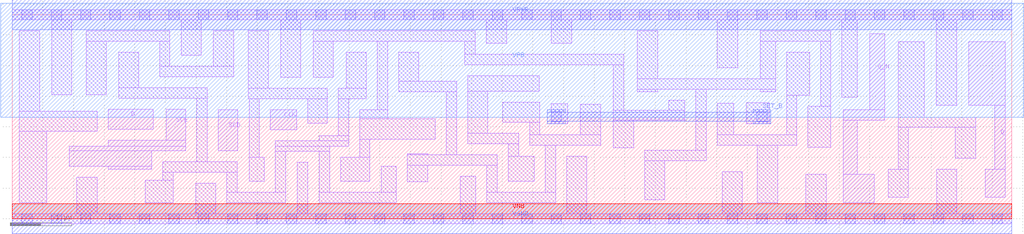
<source format=lef>
# Copyright 2020 The SkyWater PDK Authors
#
# Licensed under the Apache License, Version 2.0 (the "License");
# you may not use this file except in compliance with the License.
# You may obtain a copy of the License at
#
#     https://www.apache.org/licenses/LICENSE-2.0
#
# Unless required by applicable law or agreed to in writing, software
# distributed under the License is distributed on an "AS IS" BASIS,
# WITHOUT WARRANTIES OR CONDITIONS OF ANY KIND, either express or implied.
# See the License for the specific language governing permissions and
# limitations under the License.
#
# SPDX-License-Identifier: Apache-2.0

VERSION 5.7 ;
  NOWIREEXTENSIONATPIN ON ;
  DIVIDERCHAR "/" ;
  BUSBITCHARS "[]" ;
MACRO sky130_fd_sc_lp__sdfsbp_lp
  CLASS CORE ;
  FOREIGN sky130_fd_sc_lp__sdfsbp_lp ;
  ORIGIN  0.000000  0.000000 ;
  SIZE  16.32000 BY  3.330000 ;
  SYMMETRY X Y R90 ;
  SITE unit ;
  PIN D
    ANTENNAGATEAREA  0.313000 ;
    DIRECTION INPUT ;
    USE SIGNAL ;
    PORT
      LAYER li1 ;
        RECT 1.565000 1.460000 2.300000 1.790000 ;
    END
  END D
  PIN Q
    ANTENNADIFFAREA  0.402600 ;
    DIRECTION OUTPUT ;
    USE SIGNAL ;
    PORT
      LAYER li1 ;
        RECT 15.615000 1.850000 16.210000 2.890000 ;
        RECT 15.880000 0.350000 16.210000 0.810000 ;
        RECT 16.040000 0.810000 16.210000 1.850000 ;
    END
  END Q
  PIN Q_N
    ANTENNADIFFAREA  0.404700 ;
    DIRECTION OUTPUT ;
    USE SIGNAL ;
    PORT
      LAYER li1 ;
        RECT 13.565000 0.265000 14.075000 0.725000 ;
        RECT 13.565000 0.725000 13.795000 1.610000 ;
        RECT 13.565000 1.610000 14.245000 1.780000 ;
        RECT 13.995000 1.780000 14.245000 3.020000 ;
    END
  END Q_N
  PIN SCD
    ANTENNAGATEAREA  0.313000 ;
    DIRECTION INPUT ;
    USE SIGNAL ;
    PORT
      LAYER li1 ;
        RECT 3.365000 1.110000 3.685000 1.780000 ;
    END
  END SCD
  PIN SCE
    ANTENNAGATEAREA  0.689000 ;
    DIRECTION INPUT ;
    USE SIGNAL ;
    PORT
      LAYER li1 ;
        RECT 0.930000 0.855000 2.275000 1.110000 ;
        RECT 0.930000 1.110000 2.835000 1.185000 ;
        RECT 1.565000 0.810000 2.275000 0.855000 ;
        RECT 1.565000 1.185000 2.835000 1.280000 ;
        RECT 2.510000 1.280000 2.835000 1.790000 ;
    END
  END SCE
  PIN SET_B
    ANTENNAGATEAREA  0.626000 ;
    DIRECTION INPUT ;
    USE SIGNAL ;
    PORT
      LAYER met1 ;
        RECT  8.735000 1.550000  9.025000 1.595000 ;
        RECT  8.735000 1.595000 12.385000 1.735000 ;
        RECT  8.735000 1.735000  9.025000 1.780000 ;
        RECT 12.095000 1.550000 12.385000 1.595000 ;
        RECT 12.095000 1.735000 12.385000 1.780000 ;
    END
  END SET_B
  PIN CLK
    ANTENNAGATEAREA  0.376000 ;
    DIRECTION INPUT ;
    USE CLOCK ;
    PORT
      LAYER li1 ;
        RECT 4.215000 1.450000 4.645000 1.780000 ;
    END
  END CLK
  PIN VGND
    DIRECTION INOUT ;
    USE GROUND ;
    PORT
      LAYER met1 ;
        RECT 0.000000 -0.245000 16.320000 0.245000 ;
    END
  END VGND
  PIN VNB
    DIRECTION INOUT ;
    USE GROUND ;
    PORT
      LAYER pwell ;
        RECT 0.000000 0.000000 16.320000 0.245000 ;
    END
  END VNB
  PIN VPB
    DIRECTION INOUT ;
    USE POWER ;
    PORT
      LAYER nwell ;
        RECT -0.190000 1.655000 16.510000 3.520000 ;
    END
  END VPB
  PIN VPWR
    DIRECTION INOUT ;
    USE POWER ;
    PORT
      LAYER met1 ;
        RECT 0.000000 3.085000 16.320000 3.575000 ;
    END
  END VPWR
  OBS
    LAYER li1 ;
      RECT  0.000000 -0.085000 16.320000 0.085000 ;
      RECT  0.000000  3.245000 16.320000 3.415000 ;
      RECT  0.115000  0.265000  0.565000 1.425000 ;
      RECT  0.115000  1.425000  1.385000 1.755000 ;
      RECT  0.115000  1.755000  0.445000 3.065000 ;
      RECT  0.645000  2.025000  0.975000 3.245000 ;
      RECT  1.055000  0.085000  1.385000 0.675000 ;
      RECT  1.205000  2.025000  1.535000 2.895000 ;
      RECT  1.205000  2.895000  2.575000 3.065000 ;
      RECT  1.735000  1.970000  3.185000 2.140000 ;
      RECT  1.735000  2.140000  2.065000 2.715000 ;
      RECT  2.175000  0.265000  2.625000 0.630000 ;
      RECT  2.405000  2.320000  3.615000 2.490000 ;
      RECT  2.405000  2.490000  2.575000 2.895000 ;
      RECT  2.455000  0.630000  2.625000 0.760000 ;
      RECT  2.455000  0.760000  3.675000 0.930000 ;
      RECT  2.755000  2.670000  3.085000 3.245000 ;
      RECT  2.995000  0.085000  3.325000 0.580000 ;
      RECT  3.015000  0.930000  3.185000 1.970000 ;
      RECT  3.285000  2.490000  3.615000 3.065000 ;
      RECT  3.505000  0.265000  4.465000 0.435000 ;
      RECT  3.505000  0.435000  3.675000 0.760000 ;
      RECT  3.850000  1.960000  5.140000 2.130000 ;
      RECT  3.850000  2.130000  4.180000 3.065000 ;
      RECT  3.865000  0.615000  4.115000 1.005000 ;
      RECT  3.865000  1.005000  4.035000 1.960000 ;
      RECT  4.295000  0.435000  4.465000 1.100000 ;
      RECT  4.295000  1.100000  5.185000 1.185000 ;
      RECT  4.295000  1.185000  5.490000 1.270000 ;
      RECT  4.380000  2.310000  4.710000 3.245000 ;
      RECT  4.655000  0.085000  4.825000 0.920000 ;
      RECT  4.825000  1.555000  5.140000 1.960000 ;
      RECT  4.910000  2.310000  5.240000 2.895000 ;
      RECT  4.910000  2.895000  7.560000 3.065000 ;
      RECT  5.015000  0.265000  6.270000 0.435000 ;
      RECT  5.015000  0.435000  5.185000 1.100000 ;
      RECT  5.015000  1.270000  5.490000 1.355000 ;
      RECT  5.320000  1.355000  5.490000 1.960000 ;
      RECT  5.320000  1.960000  5.780000 2.130000 ;
      RECT  5.365000  0.615000  5.840000 1.005000 ;
      RECT  5.450000  2.130000  5.780000 2.715000 ;
      RECT  5.670000  1.005000  5.840000 1.300000 ;
      RECT  5.670000  1.300000  6.905000 1.630000 ;
      RECT  5.670000  1.630000  6.130000 1.780000 ;
      RECT  5.960000  1.780000  6.130000 2.895000 ;
      RECT  6.020000  0.435000  6.270000 0.855000 ;
      RECT  6.310000  2.075000  7.255000 2.245000 ;
      RECT  6.310000  2.245000  6.640000 2.715000 ;
      RECT  6.450000  0.605000  6.780000 0.875000 ;
      RECT  6.450000  0.875000  7.915000 1.045000 ;
      RECT  6.450000  1.045000  6.780000 1.065000 ;
      RECT  7.085000  1.045000  7.255000 2.075000 ;
      RECT  7.315000  0.085000  7.565000 0.695000 ;
      RECT  7.390000  2.515000  9.985000 2.685000 ;
      RECT  7.390000  2.685000  7.560000 2.895000 ;
      RECT  7.435000  1.225000  8.265000 1.395000 ;
      RECT  7.435000  1.395000  7.765000 2.085000 ;
      RECT  7.435000  2.085000  8.600000 2.335000 ;
      RECT  7.740000  2.865000  8.070000 3.245000 ;
      RECT  7.745000  0.265000  8.870000 0.435000 ;
      RECT  7.745000  0.435000  7.915000 0.875000 ;
      RECT  8.005000  1.575000  8.615000 1.905000 ;
      RECT  8.095000  0.615000  8.520000 1.020000 ;
      RECT  8.095000  1.020000  8.265000 1.225000 ;
      RECT  8.445000  1.200000  9.605000 1.370000 ;
      RECT  8.445000  1.370000  8.615000 1.575000 ;
      RECT  8.700000  0.435000  8.870000 1.200000 ;
      RECT  8.795000  1.550000  9.065000 1.880000 ;
      RECT  8.800000  2.865000  9.130000 3.245000 ;
      RECT  9.050000  0.085000  9.380000 1.020000 ;
      RECT  9.275000  1.370000  9.605000 1.870000 ;
      RECT  9.815000  1.155000 10.145000 1.605000 ;
      RECT  9.815000  1.605000 10.980000 1.775000 ;
      RECT  9.815000  1.775000  9.985000 2.515000 ;
      RECT 10.205000  2.075000 10.535000 2.115000 ;
      RECT 10.205000  2.115000 12.460000 2.285000 ;
      RECT 10.205000  2.285000 10.535000 3.065000 ;
      RECT 10.325000  0.310000 10.655000 0.950000 ;
      RECT 10.325000  0.950000 11.330000 1.120000 ;
      RECT 10.715000  1.775000 10.980000 1.935000 ;
      RECT 11.160000  1.120000 11.330000 2.115000 ;
      RECT 11.510000  1.200000 12.810000 1.370000 ;
      RECT 11.510000  1.370000 11.775000 1.885000 ;
      RECT 11.510000  2.465000 11.840000 3.245000 ;
      RECT 11.590000  0.085000 11.920000 0.770000 ;
      RECT 11.985000  1.550000 12.355000 1.890000 ;
      RECT 12.165000  0.265000 12.495000 1.200000 ;
      RECT 12.210000  2.075000 12.460000 2.115000 ;
      RECT 12.210000  2.285000 12.460000 2.895000 ;
      RECT 12.210000  2.895000 13.365000 3.065000 ;
      RECT 12.640000  1.370000 12.810000 2.020000 ;
      RECT 12.640000  2.020000 13.015000 2.715000 ;
      RECT 12.955000  0.085000 13.285000 0.725000 ;
      RECT 12.990000  1.170000 13.365000 1.840000 ;
      RECT 13.195000  1.840000 13.365000 2.895000 ;
      RECT 13.545000  1.980000 13.795000 3.245000 ;
      RECT 14.300000  0.350000 14.630000 0.810000 ;
      RECT 14.460000  0.810000 14.630000 1.490000 ;
      RECT 14.460000  1.490000 15.725000 1.660000 ;
      RECT 14.460000  1.660000 14.885000 2.890000 ;
      RECT 15.085000  1.850000 15.415000 3.245000 ;
      RECT 15.090000  0.085000 15.420000 0.810000 ;
      RECT 15.395000  0.990000 15.725000 1.490000 ;
    LAYER mcon ;
      RECT  0.155000 -0.085000  0.325000 0.085000 ;
      RECT  0.155000  3.245000  0.325000 3.415000 ;
      RECT  0.635000 -0.085000  0.805000 0.085000 ;
      RECT  0.635000  3.245000  0.805000 3.415000 ;
      RECT  1.115000 -0.085000  1.285000 0.085000 ;
      RECT  1.115000  3.245000  1.285000 3.415000 ;
      RECT  1.595000 -0.085000  1.765000 0.085000 ;
      RECT  1.595000  3.245000  1.765000 3.415000 ;
      RECT  2.075000 -0.085000  2.245000 0.085000 ;
      RECT  2.075000  3.245000  2.245000 3.415000 ;
      RECT  2.555000 -0.085000  2.725000 0.085000 ;
      RECT  2.555000  3.245000  2.725000 3.415000 ;
      RECT  3.035000 -0.085000  3.205000 0.085000 ;
      RECT  3.035000  3.245000  3.205000 3.415000 ;
      RECT  3.515000 -0.085000  3.685000 0.085000 ;
      RECT  3.515000  3.245000  3.685000 3.415000 ;
      RECT  3.995000 -0.085000  4.165000 0.085000 ;
      RECT  3.995000  3.245000  4.165000 3.415000 ;
      RECT  4.475000 -0.085000  4.645000 0.085000 ;
      RECT  4.475000  3.245000  4.645000 3.415000 ;
      RECT  4.955000 -0.085000  5.125000 0.085000 ;
      RECT  4.955000  3.245000  5.125000 3.415000 ;
      RECT  5.435000 -0.085000  5.605000 0.085000 ;
      RECT  5.435000  3.245000  5.605000 3.415000 ;
      RECT  5.915000 -0.085000  6.085000 0.085000 ;
      RECT  5.915000  3.245000  6.085000 3.415000 ;
      RECT  6.395000 -0.085000  6.565000 0.085000 ;
      RECT  6.395000  3.245000  6.565000 3.415000 ;
      RECT  6.875000 -0.085000  7.045000 0.085000 ;
      RECT  6.875000  3.245000  7.045000 3.415000 ;
      RECT  7.355000 -0.085000  7.525000 0.085000 ;
      RECT  7.355000  3.245000  7.525000 3.415000 ;
      RECT  7.835000 -0.085000  8.005000 0.085000 ;
      RECT  7.835000  3.245000  8.005000 3.415000 ;
      RECT  8.315000 -0.085000  8.485000 0.085000 ;
      RECT  8.315000  3.245000  8.485000 3.415000 ;
      RECT  8.795000 -0.085000  8.965000 0.085000 ;
      RECT  8.795000  1.580000  8.965000 1.750000 ;
      RECT  8.795000  3.245000  8.965000 3.415000 ;
      RECT  9.275000 -0.085000  9.445000 0.085000 ;
      RECT  9.275000  3.245000  9.445000 3.415000 ;
      RECT  9.755000 -0.085000  9.925000 0.085000 ;
      RECT  9.755000  3.245000  9.925000 3.415000 ;
      RECT 10.235000 -0.085000 10.405000 0.085000 ;
      RECT 10.235000  3.245000 10.405000 3.415000 ;
      RECT 10.715000 -0.085000 10.885000 0.085000 ;
      RECT 10.715000  3.245000 10.885000 3.415000 ;
      RECT 11.195000 -0.085000 11.365000 0.085000 ;
      RECT 11.195000  3.245000 11.365000 3.415000 ;
      RECT 11.675000 -0.085000 11.845000 0.085000 ;
      RECT 11.675000  3.245000 11.845000 3.415000 ;
      RECT 12.155000 -0.085000 12.325000 0.085000 ;
      RECT 12.155000  1.580000 12.325000 1.750000 ;
      RECT 12.155000  3.245000 12.325000 3.415000 ;
      RECT 12.635000 -0.085000 12.805000 0.085000 ;
      RECT 12.635000  3.245000 12.805000 3.415000 ;
      RECT 13.115000 -0.085000 13.285000 0.085000 ;
      RECT 13.115000  3.245000 13.285000 3.415000 ;
      RECT 13.595000 -0.085000 13.765000 0.085000 ;
      RECT 13.595000  3.245000 13.765000 3.415000 ;
      RECT 14.075000 -0.085000 14.245000 0.085000 ;
      RECT 14.075000  3.245000 14.245000 3.415000 ;
      RECT 14.555000 -0.085000 14.725000 0.085000 ;
      RECT 14.555000  3.245000 14.725000 3.415000 ;
      RECT 15.035000 -0.085000 15.205000 0.085000 ;
      RECT 15.035000  3.245000 15.205000 3.415000 ;
      RECT 15.515000 -0.085000 15.685000 0.085000 ;
      RECT 15.515000  3.245000 15.685000 3.415000 ;
      RECT 15.995000 -0.085000 16.165000 0.085000 ;
      RECT 15.995000  3.245000 16.165000 3.415000 ;
  END
END sky130_fd_sc_lp__sdfsbp_lp
END LIBRARY

</source>
